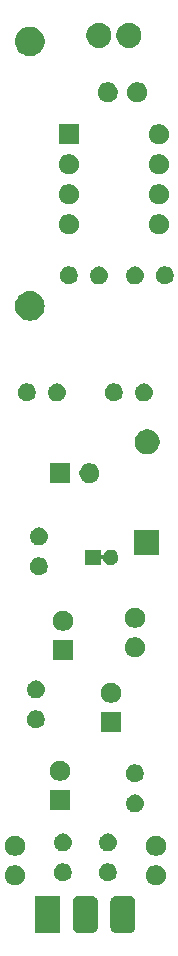
<source format=gbr>
G04 #@! TF.GenerationSoftware,KiCad,Pcbnew,(5.1.2-1)-1*
G04 #@! TF.CreationDate,2021-04-22T07:55:18-04:00*
G04 #@! TF.ProjectId,opAmp Mic,6f70416d-7020-44d6-9963-2e6b69636164,rev?*
G04 #@! TF.SameCoordinates,Original*
G04 #@! TF.FileFunction,Soldermask,Bot*
G04 #@! TF.FilePolarity,Negative*
%FSLAX46Y46*%
G04 Gerber Fmt 4.6, Leading zero omitted, Abs format (unit mm)*
G04 Created by KiCad (PCBNEW (5.1.2-1)-1) date 2021-04-22 07:55:18*
%MOMM*%
%LPD*%
G04 APERTURE LIST*
%ADD10C,0.100000*%
G04 APERTURE END LIST*
D10*
G36*
X122851902Y-136888484D02*
G01*
X122938599Y-136914783D01*
X123018497Y-136957490D01*
X123088528Y-137014962D01*
X123146000Y-137084993D01*
X123188707Y-137164891D01*
X123215006Y-137251588D01*
X123224490Y-137347885D01*
X123224490Y-139512115D01*
X123215006Y-139608412D01*
X123188707Y-139695109D01*
X123146000Y-139775007D01*
X123088528Y-139845038D01*
X123018497Y-139902510D01*
X122938599Y-139945217D01*
X122851902Y-139971516D01*
X122755605Y-139981000D01*
X121592395Y-139981000D01*
X121496098Y-139971516D01*
X121409401Y-139945217D01*
X121329503Y-139902510D01*
X121259472Y-139845038D01*
X121202000Y-139775007D01*
X121159293Y-139695109D01*
X121132994Y-139608412D01*
X121123510Y-139512115D01*
X121123510Y-137347885D01*
X121132994Y-137251588D01*
X121159293Y-137164891D01*
X121202000Y-137084993D01*
X121259472Y-137014962D01*
X121329503Y-136957490D01*
X121409401Y-136914783D01*
X121496098Y-136888484D01*
X121592395Y-136879000D01*
X122755605Y-136879000D01*
X122851902Y-136888484D01*
X122851902Y-136888484D01*
G37*
G36*
X119676902Y-136888484D02*
G01*
X119763599Y-136914783D01*
X119843497Y-136957490D01*
X119913528Y-137014962D01*
X119971000Y-137084993D01*
X120013707Y-137164891D01*
X120040006Y-137251588D01*
X120049490Y-137347885D01*
X120049490Y-139512115D01*
X120040006Y-139608412D01*
X120013707Y-139695109D01*
X119971000Y-139775007D01*
X119913528Y-139845038D01*
X119843497Y-139902510D01*
X119763599Y-139945217D01*
X119676902Y-139971516D01*
X119580605Y-139981000D01*
X118417395Y-139981000D01*
X118321098Y-139971516D01*
X118234401Y-139945217D01*
X118154503Y-139902510D01*
X118084472Y-139845038D01*
X118027000Y-139775007D01*
X117984293Y-139695109D01*
X117957994Y-139608412D01*
X117948510Y-139512115D01*
X117948510Y-137347885D01*
X117957994Y-137251588D01*
X117984293Y-137164891D01*
X118027000Y-137084993D01*
X118084472Y-137014962D01*
X118154503Y-136957490D01*
X118234401Y-136914783D01*
X118321098Y-136888484D01*
X118417395Y-136879000D01*
X119580605Y-136879000D01*
X119676902Y-136888484D01*
X119676902Y-136888484D01*
G37*
G36*
X116874490Y-139981000D02*
G01*
X114773510Y-139981000D01*
X114773510Y-136879000D01*
X116874490Y-136879000D01*
X116874490Y-139981000D01*
X116874490Y-139981000D01*
G37*
G36*
X125216228Y-134309703D02*
G01*
X125371100Y-134373853D01*
X125510481Y-134466985D01*
X125629015Y-134585519D01*
X125722147Y-134724900D01*
X125786297Y-134879772D01*
X125819000Y-135044184D01*
X125819000Y-135211816D01*
X125786297Y-135376228D01*
X125722147Y-135531100D01*
X125629015Y-135670481D01*
X125510481Y-135789015D01*
X125371100Y-135882147D01*
X125216228Y-135946297D01*
X125051816Y-135979000D01*
X124884184Y-135979000D01*
X124719772Y-135946297D01*
X124564900Y-135882147D01*
X124425519Y-135789015D01*
X124306985Y-135670481D01*
X124213853Y-135531100D01*
X124149703Y-135376228D01*
X124117000Y-135211816D01*
X124117000Y-135044184D01*
X124149703Y-134879772D01*
X124213853Y-134724900D01*
X124306985Y-134585519D01*
X124425519Y-134466985D01*
X124564900Y-134373853D01*
X124719772Y-134309703D01*
X124884184Y-134277000D01*
X125051816Y-134277000D01*
X125216228Y-134309703D01*
X125216228Y-134309703D01*
G37*
G36*
X113278228Y-134309703D02*
G01*
X113433100Y-134373853D01*
X113572481Y-134466985D01*
X113691015Y-134585519D01*
X113784147Y-134724900D01*
X113848297Y-134879772D01*
X113881000Y-135044184D01*
X113881000Y-135211816D01*
X113848297Y-135376228D01*
X113784147Y-135531100D01*
X113691015Y-135670481D01*
X113572481Y-135789015D01*
X113433100Y-135882147D01*
X113278228Y-135946297D01*
X113113816Y-135979000D01*
X112946184Y-135979000D01*
X112781772Y-135946297D01*
X112626900Y-135882147D01*
X112487519Y-135789015D01*
X112368985Y-135670481D01*
X112275853Y-135531100D01*
X112211703Y-135376228D01*
X112179000Y-135211816D01*
X112179000Y-135044184D01*
X112211703Y-134879772D01*
X112275853Y-134724900D01*
X112368985Y-134585519D01*
X112487519Y-134466985D01*
X112626900Y-134373853D01*
X112781772Y-134309703D01*
X112946184Y-134277000D01*
X113113816Y-134277000D01*
X113278228Y-134309703D01*
X113278228Y-134309703D01*
G37*
G36*
X121123059Y-134151860D02*
G01*
X121259732Y-134208472D01*
X121382735Y-134290660D01*
X121487340Y-134395265D01*
X121569528Y-134518268D01*
X121569529Y-134518270D01*
X121626140Y-134654941D01*
X121655000Y-134800032D01*
X121655000Y-134947968D01*
X121626140Y-135093059D01*
X121576950Y-135211815D01*
X121569528Y-135229732D01*
X121487340Y-135352735D01*
X121382735Y-135457340D01*
X121259732Y-135539528D01*
X121259731Y-135539529D01*
X121259730Y-135539529D01*
X121123059Y-135596140D01*
X120977968Y-135625000D01*
X120830032Y-135625000D01*
X120684941Y-135596140D01*
X120548270Y-135539529D01*
X120548269Y-135539529D01*
X120548268Y-135539528D01*
X120425265Y-135457340D01*
X120320660Y-135352735D01*
X120238472Y-135229732D01*
X120231051Y-135211815D01*
X120181860Y-135093059D01*
X120153000Y-134947968D01*
X120153000Y-134800032D01*
X120181860Y-134654941D01*
X120238471Y-134518270D01*
X120238472Y-134518268D01*
X120320660Y-134395265D01*
X120425265Y-134290660D01*
X120548268Y-134208472D01*
X120684941Y-134151860D01*
X120830032Y-134123000D01*
X120977968Y-134123000D01*
X121123059Y-134151860D01*
X121123059Y-134151860D01*
G37*
G36*
X117313059Y-134151860D02*
G01*
X117449732Y-134208472D01*
X117572735Y-134290660D01*
X117677340Y-134395265D01*
X117759528Y-134518268D01*
X117759529Y-134518270D01*
X117816140Y-134654941D01*
X117845000Y-134800032D01*
X117845000Y-134947968D01*
X117816140Y-135093059D01*
X117766950Y-135211815D01*
X117759528Y-135229732D01*
X117677340Y-135352735D01*
X117572735Y-135457340D01*
X117449732Y-135539528D01*
X117449731Y-135539529D01*
X117449730Y-135539529D01*
X117313059Y-135596140D01*
X117167968Y-135625000D01*
X117020032Y-135625000D01*
X116874941Y-135596140D01*
X116738270Y-135539529D01*
X116738269Y-135539529D01*
X116738268Y-135539528D01*
X116615265Y-135457340D01*
X116510660Y-135352735D01*
X116428472Y-135229732D01*
X116421051Y-135211815D01*
X116371860Y-135093059D01*
X116343000Y-134947968D01*
X116343000Y-134800032D01*
X116371860Y-134654941D01*
X116428471Y-134518270D01*
X116428472Y-134518268D01*
X116510660Y-134395265D01*
X116615265Y-134290660D01*
X116738268Y-134208472D01*
X116874941Y-134151860D01*
X117020032Y-134123000D01*
X117167968Y-134123000D01*
X117313059Y-134151860D01*
X117313059Y-134151860D01*
G37*
G36*
X113278228Y-131809703D02*
G01*
X113433100Y-131873853D01*
X113572481Y-131966985D01*
X113691015Y-132085519D01*
X113784147Y-132224900D01*
X113848297Y-132379772D01*
X113881000Y-132544184D01*
X113881000Y-132711816D01*
X113848297Y-132876228D01*
X113784147Y-133031100D01*
X113691015Y-133170481D01*
X113572481Y-133289015D01*
X113433100Y-133382147D01*
X113278228Y-133446297D01*
X113113816Y-133479000D01*
X112946184Y-133479000D01*
X112781772Y-133446297D01*
X112626900Y-133382147D01*
X112487519Y-133289015D01*
X112368985Y-133170481D01*
X112275853Y-133031100D01*
X112211703Y-132876228D01*
X112179000Y-132711816D01*
X112179000Y-132544184D01*
X112211703Y-132379772D01*
X112275853Y-132224900D01*
X112368985Y-132085519D01*
X112487519Y-131966985D01*
X112626900Y-131873853D01*
X112781772Y-131809703D01*
X112946184Y-131777000D01*
X113113816Y-131777000D01*
X113278228Y-131809703D01*
X113278228Y-131809703D01*
G37*
G36*
X125216228Y-131809703D02*
G01*
X125371100Y-131873853D01*
X125510481Y-131966985D01*
X125629015Y-132085519D01*
X125722147Y-132224900D01*
X125786297Y-132379772D01*
X125819000Y-132544184D01*
X125819000Y-132711816D01*
X125786297Y-132876228D01*
X125722147Y-133031100D01*
X125629015Y-133170481D01*
X125510481Y-133289015D01*
X125371100Y-133382147D01*
X125216228Y-133446297D01*
X125051816Y-133479000D01*
X124884184Y-133479000D01*
X124719772Y-133446297D01*
X124564900Y-133382147D01*
X124425519Y-133289015D01*
X124306985Y-133170481D01*
X124213853Y-133031100D01*
X124149703Y-132876228D01*
X124117000Y-132711816D01*
X124117000Y-132544184D01*
X124149703Y-132379772D01*
X124213853Y-132224900D01*
X124306985Y-132085519D01*
X124425519Y-131966985D01*
X124564900Y-131873853D01*
X124719772Y-131809703D01*
X124884184Y-131777000D01*
X125051816Y-131777000D01*
X125216228Y-131809703D01*
X125216228Y-131809703D01*
G37*
G36*
X117167665Y-131586622D02*
G01*
X117241222Y-131593867D01*
X117382786Y-131636810D01*
X117513252Y-131706546D01*
X117543040Y-131730992D01*
X117627607Y-131800393D01*
X117697008Y-131884960D01*
X117721454Y-131914748D01*
X117791190Y-132045214D01*
X117834133Y-132186778D01*
X117848633Y-132334000D01*
X117834133Y-132481222D01*
X117791190Y-132622786D01*
X117721454Y-132753252D01*
X117697008Y-132783040D01*
X117627607Y-132867607D01*
X117543040Y-132937008D01*
X117513252Y-132961454D01*
X117513250Y-132961455D01*
X117382955Y-133031100D01*
X117382786Y-133031190D01*
X117241222Y-133074133D01*
X117167665Y-133081378D01*
X117130888Y-133085000D01*
X117057112Y-133085000D01*
X117020335Y-133081378D01*
X116946778Y-133074133D01*
X116805214Y-133031190D01*
X116805046Y-133031100D01*
X116674750Y-132961455D01*
X116674748Y-132961454D01*
X116644960Y-132937008D01*
X116560393Y-132867607D01*
X116490992Y-132783040D01*
X116466546Y-132753252D01*
X116396810Y-132622786D01*
X116353867Y-132481222D01*
X116339367Y-132334000D01*
X116353867Y-132186778D01*
X116396810Y-132045214D01*
X116466546Y-131914748D01*
X116490992Y-131884960D01*
X116560393Y-131800393D01*
X116644960Y-131730992D01*
X116674748Y-131706546D01*
X116805214Y-131636810D01*
X116946778Y-131593867D01*
X117020335Y-131586622D01*
X117057112Y-131583000D01*
X117130888Y-131583000D01*
X117167665Y-131586622D01*
X117167665Y-131586622D01*
G37*
G36*
X120977665Y-131586622D02*
G01*
X121051222Y-131593867D01*
X121192786Y-131636810D01*
X121323252Y-131706546D01*
X121353040Y-131730992D01*
X121437607Y-131800393D01*
X121507008Y-131884960D01*
X121531454Y-131914748D01*
X121601190Y-132045214D01*
X121644133Y-132186778D01*
X121658633Y-132334000D01*
X121644133Y-132481222D01*
X121601190Y-132622786D01*
X121531454Y-132753252D01*
X121507008Y-132783040D01*
X121437607Y-132867607D01*
X121353040Y-132937008D01*
X121323252Y-132961454D01*
X121323250Y-132961455D01*
X121192955Y-133031100D01*
X121192786Y-133031190D01*
X121051222Y-133074133D01*
X120977665Y-133081378D01*
X120940888Y-133085000D01*
X120867112Y-133085000D01*
X120830335Y-133081378D01*
X120756778Y-133074133D01*
X120615214Y-133031190D01*
X120615046Y-133031100D01*
X120484750Y-132961455D01*
X120484748Y-132961454D01*
X120454960Y-132937008D01*
X120370393Y-132867607D01*
X120300992Y-132783040D01*
X120276546Y-132753252D01*
X120206810Y-132622786D01*
X120163867Y-132481222D01*
X120149367Y-132334000D01*
X120163867Y-132186778D01*
X120206810Y-132045214D01*
X120276546Y-131914748D01*
X120300992Y-131884960D01*
X120370393Y-131800393D01*
X120454960Y-131730992D01*
X120484748Y-131706546D01*
X120615214Y-131636810D01*
X120756778Y-131593867D01*
X120830335Y-131586622D01*
X120867112Y-131583000D01*
X120940888Y-131583000D01*
X120977665Y-131586622D01*
X120977665Y-131586622D01*
G37*
G36*
X123263665Y-128284622D02*
G01*
X123337222Y-128291867D01*
X123478786Y-128334810D01*
X123609252Y-128404546D01*
X123639040Y-128428992D01*
X123723607Y-128498393D01*
X123793008Y-128582960D01*
X123817454Y-128612748D01*
X123887190Y-128743214D01*
X123930133Y-128884778D01*
X123944633Y-129032000D01*
X123930133Y-129179222D01*
X123887190Y-129320786D01*
X123817454Y-129451252D01*
X123793008Y-129481040D01*
X123723607Y-129565607D01*
X123646360Y-129629000D01*
X123609252Y-129659454D01*
X123478786Y-129729190D01*
X123337222Y-129772133D01*
X123263665Y-129779378D01*
X123226888Y-129783000D01*
X123153112Y-129783000D01*
X123116335Y-129779378D01*
X123042778Y-129772133D01*
X122901214Y-129729190D01*
X122770748Y-129659454D01*
X122733640Y-129629000D01*
X122656393Y-129565607D01*
X122586992Y-129481040D01*
X122562546Y-129451252D01*
X122492810Y-129320786D01*
X122449867Y-129179222D01*
X122435367Y-129032000D01*
X122449867Y-128884778D01*
X122492810Y-128743214D01*
X122562546Y-128612748D01*
X122586992Y-128582960D01*
X122656393Y-128498393D01*
X122740960Y-128428992D01*
X122770748Y-128404546D01*
X122901214Y-128334810D01*
X123042778Y-128291867D01*
X123116335Y-128284622D01*
X123153112Y-128281000D01*
X123226888Y-128281000D01*
X123263665Y-128284622D01*
X123263665Y-128284622D01*
G37*
G36*
X117691000Y-129629000D02*
G01*
X115989000Y-129629000D01*
X115989000Y-127927000D01*
X117691000Y-127927000D01*
X117691000Y-129629000D01*
X117691000Y-129629000D01*
G37*
G36*
X123409059Y-125769860D02*
G01*
X123545732Y-125826472D01*
X123668735Y-125908660D01*
X123773340Y-126013265D01*
X123855528Y-126136268D01*
X123912140Y-126272941D01*
X123941000Y-126418033D01*
X123941000Y-126565967D01*
X123912140Y-126711059D01*
X123855528Y-126847732D01*
X123773340Y-126970735D01*
X123668735Y-127075340D01*
X123545732Y-127157528D01*
X123545731Y-127157529D01*
X123545730Y-127157529D01*
X123409059Y-127214140D01*
X123263968Y-127243000D01*
X123116032Y-127243000D01*
X122970941Y-127214140D01*
X122834270Y-127157529D01*
X122834269Y-127157529D01*
X122834268Y-127157528D01*
X122711265Y-127075340D01*
X122606660Y-126970735D01*
X122524472Y-126847732D01*
X122467860Y-126711059D01*
X122439000Y-126565967D01*
X122439000Y-126418033D01*
X122467860Y-126272941D01*
X122524472Y-126136268D01*
X122606660Y-126013265D01*
X122711265Y-125908660D01*
X122834268Y-125826472D01*
X122970941Y-125769860D01*
X123116032Y-125741000D01*
X123263968Y-125741000D01*
X123409059Y-125769860D01*
X123409059Y-125769860D01*
G37*
G36*
X117088228Y-125459703D02*
G01*
X117243100Y-125523853D01*
X117382481Y-125616985D01*
X117501015Y-125735519D01*
X117594147Y-125874900D01*
X117658297Y-126029772D01*
X117691000Y-126194184D01*
X117691000Y-126361816D01*
X117658297Y-126526228D01*
X117594147Y-126681100D01*
X117501015Y-126820481D01*
X117382481Y-126939015D01*
X117243100Y-127032147D01*
X117088228Y-127096297D01*
X116923816Y-127129000D01*
X116756184Y-127129000D01*
X116591772Y-127096297D01*
X116436900Y-127032147D01*
X116297519Y-126939015D01*
X116178985Y-126820481D01*
X116085853Y-126681100D01*
X116021703Y-126526228D01*
X115989000Y-126361816D01*
X115989000Y-126194184D01*
X116021703Y-126029772D01*
X116085853Y-125874900D01*
X116178985Y-125735519D01*
X116297519Y-125616985D01*
X116436900Y-125523853D01*
X116591772Y-125459703D01*
X116756184Y-125427000D01*
X116923816Y-125427000D01*
X117088228Y-125459703D01*
X117088228Y-125459703D01*
G37*
G36*
X122009000Y-123025000D02*
G01*
X120307000Y-123025000D01*
X120307000Y-121323000D01*
X122009000Y-121323000D01*
X122009000Y-123025000D01*
X122009000Y-123025000D01*
G37*
G36*
X115027059Y-121197860D02*
G01*
X115163732Y-121254472D01*
X115286735Y-121336660D01*
X115391340Y-121441265D01*
X115473528Y-121564268D01*
X115530140Y-121700941D01*
X115559000Y-121846033D01*
X115559000Y-121993967D01*
X115530140Y-122139059D01*
X115473528Y-122275732D01*
X115391340Y-122398735D01*
X115286735Y-122503340D01*
X115163732Y-122585528D01*
X115163731Y-122585529D01*
X115163730Y-122585529D01*
X115027059Y-122642140D01*
X114881968Y-122671000D01*
X114734032Y-122671000D01*
X114588941Y-122642140D01*
X114452270Y-122585529D01*
X114452269Y-122585529D01*
X114452268Y-122585528D01*
X114329265Y-122503340D01*
X114224660Y-122398735D01*
X114142472Y-122275732D01*
X114085860Y-122139059D01*
X114057000Y-121993967D01*
X114057000Y-121846033D01*
X114085860Y-121700941D01*
X114142472Y-121564268D01*
X114224660Y-121441265D01*
X114329265Y-121336660D01*
X114452268Y-121254472D01*
X114588941Y-121197860D01*
X114734032Y-121169000D01*
X114881968Y-121169000D01*
X115027059Y-121197860D01*
X115027059Y-121197860D01*
G37*
G36*
X121406228Y-118855703D02*
G01*
X121561100Y-118919853D01*
X121700481Y-119012985D01*
X121819015Y-119131519D01*
X121912147Y-119270900D01*
X121976297Y-119425772D01*
X122009000Y-119590184D01*
X122009000Y-119757816D01*
X121976297Y-119922228D01*
X121912147Y-120077100D01*
X121819015Y-120216481D01*
X121700481Y-120335015D01*
X121561100Y-120428147D01*
X121406228Y-120492297D01*
X121241816Y-120525000D01*
X121074184Y-120525000D01*
X120909772Y-120492297D01*
X120754900Y-120428147D01*
X120615519Y-120335015D01*
X120496985Y-120216481D01*
X120403853Y-120077100D01*
X120339703Y-119922228D01*
X120307000Y-119757816D01*
X120307000Y-119590184D01*
X120339703Y-119425772D01*
X120403853Y-119270900D01*
X120496985Y-119131519D01*
X120615519Y-119012985D01*
X120754900Y-118919853D01*
X120909772Y-118855703D01*
X121074184Y-118823000D01*
X121241816Y-118823000D01*
X121406228Y-118855703D01*
X121406228Y-118855703D01*
G37*
G36*
X114881665Y-118632622D02*
G01*
X114955222Y-118639867D01*
X115096786Y-118682810D01*
X115227252Y-118752546D01*
X115257040Y-118776992D01*
X115341607Y-118846393D01*
X115411008Y-118930960D01*
X115435454Y-118960748D01*
X115505190Y-119091214D01*
X115548133Y-119232778D01*
X115562633Y-119380000D01*
X115548133Y-119527222D01*
X115505190Y-119668786D01*
X115435454Y-119799252D01*
X115411008Y-119829040D01*
X115341607Y-119913607D01*
X115257040Y-119983008D01*
X115227252Y-120007454D01*
X115227250Y-120007455D01*
X115096955Y-120077100D01*
X115096786Y-120077190D01*
X114955222Y-120120133D01*
X114881665Y-120127378D01*
X114844888Y-120131000D01*
X114771112Y-120131000D01*
X114734335Y-120127378D01*
X114660778Y-120120133D01*
X114519214Y-120077190D01*
X114519046Y-120077100D01*
X114388750Y-120007455D01*
X114388748Y-120007454D01*
X114358960Y-119983008D01*
X114274393Y-119913607D01*
X114204992Y-119829040D01*
X114180546Y-119799252D01*
X114110810Y-119668786D01*
X114067867Y-119527222D01*
X114053367Y-119380000D01*
X114067867Y-119232778D01*
X114110810Y-119091214D01*
X114180546Y-118960748D01*
X114204992Y-118930960D01*
X114274393Y-118846393D01*
X114358960Y-118776992D01*
X114388748Y-118752546D01*
X114519214Y-118682810D01*
X114660778Y-118639867D01*
X114734335Y-118632622D01*
X114771112Y-118629000D01*
X114844888Y-118629000D01*
X114881665Y-118632622D01*
X114881665Y-118632622D01*
G37*
G36*
X117945000Y-116929000D02*
G01*
X116243000Y-116929000D01*
X116243000Y-115227000D01*
X117945000Y-115227000D01*
X117945000Y-116929000D01*
X117945000Y-116929000D01*
G37*
G36*
X123438228Y-115005703D02*
G01*
X123593100Y-115069853D01*
X123732481Y-115162985D01*
X123851015Y-115281519D01*
X123944147Y-115420900D01*
X124008297Y-115575772D01*
X124041000Y-115740184D01*
X124041000Y-115907816D01*
X124008297Y-116072228D01*
X123944147Y-116227100D01*
X123851015Y-116366481D01*
X123732481Y-116485015D01*
X123593100Y-116578147D01*
X123438228Y-116642297D01*
X123273816Y-116675000D01*
X123106184Y-116675000D01*
X122941772Y-116642297D01*
X122786900Y-116578147D01*
X122647519Y-116485015D01*
X122528985Y-116366481D01*
X122435853Y-116227100D01*
X122371703Y-116072228D01*
X122339000Y-115907816D01*
X122339000Y-115740184D01*
X122371703Y-115575772D01*
X122435853Y-115420900D01*
X122528985Y-115281519D01*
X122647519Y-115162985D01*
X122786900Y-115069853D01*
X122941772Y-115005703D01*
X123106184Y-114973000D01*
X123273816Y-114973000D01*
X123438228Y-115005703D01*
X123438228Y-115005703D01*
G37*
G36*
X117342228Y-112759703D02*
G01*
X117497100Y-112823853D01*
X117636481Y-112916985D01*
X117755015Y-113035519D01*
X117848147Y-113174900D01*
X117912297Y-113329772D01*
X117945000Y-113494184D01*
X117945000Y-113661816D01*
X117912297Y-113826228D01*
X117848147Y-113981100D01*
X117755015Y-114120481D01*
X117636481Y-114239015D01*
X117497100Y-114332147D01*
X117342228Y-114396297D01*
X117177816Y-114429000D01*
X117010184Y-114429000D01*
X116845772Y-114396297D01*
X116690900Y-114332147D01*
X116551519Y-114239015D01*
X116432985Y-114120481D01*
X116339853Y-113981100D01*
X116275703Y-113826228D01*
X116243000Y-113661816D01*
X116243000Y-113494184D01*
X116275703Y-113329772D01*
X116339853Y-113174900D01*
X116432985Y-113035519D01*
X116551519Y-112916985D01*
X116690900Y-112823853D01*
X116845772Y-112759703D01*
X117010184Y-112727000D01*
X117177816Y-112727000D01*
X117342228Y-112759703D01*
X117342228Y-112759703D01*
G37*
G36*
X123438228Y-112505703D02*
G01*
X123593100Y-112569853D01*
X123732481Y-112662985D01*
X123851015Y-112781519D01*
X123944147Y-112920900D01*
X124008297Y-113075772D01*
X124041000Y-113240184D01*
X124041000Y-113407816D01*
X124008297Y-113572228D01*
X123944147Y-113727100D01*
X123851015Y-113866481D01*
X123732481Y-113985015D01*
X123593100Y-114078147D01*
X123438228Y-114142297D01*
X123273816Y-114175000D01*
X123106184Y-114175000D01*
X122941772Y-114142297D01*
X122786900Y-114078147D01*
X122647519Y-113985015D01*
X122528985Y-113866481D01*
X122435853Y-113727100D01*
X122371703Y-113572228D01*
X122339000Y-113407816D01*
X122339000Y-113240184D01*
X122371703Y-113075772D01*
X122435853Y-112920900D01*
X122528985Y-112781519D01*
X122647519Y-112662985D01*
X122786900Y-112569853D01*
X122941772Y-112505703D01*
X123106184Y-112473000D01*
X123273816Y-112473000D01*
X123438228Y-112505703D01*
X123438228Y-112505703D01*
G37*
G36*
X115281059Y-108243860D02*
G01*
X115417732Y-108300472D01*
X115540735Y-108382660D01*
X115645340Y-108487265D01*
X115727528Y-108610268D01*
X115784140Y-108746941D01*
X115813000Y-108892033D01*
X115813000Y-109039967D01*
X115784140Y-109185059D01*
X115727528Y-109321732D01*
X115645340Y-109444735D01*
X115540735Y-109549340D01*
X115417732Y-109631528D01*
X115417731Y-109631529D01*
X115417730Y-109631529D01*
X115281059Y-109688140D01*
X115135968Y-109717000D01*
X114988032Y-109717000D01*
X114842941Y-109688140D01*
X114706270Y-109631529D01*
X114706269Y-109631529D01*
X114706268Y-109631528D01*
X114583265Y-109549340D01*
X114478660Y-109444735D01*
X114396472Y-109321732D01*
X114339860Y-109185059D01*
X114311000Y-109039967D01*
X114311000Y-108892033D01*
X114339860Y-108746941D01*
X114396472Y-108610268D01*
X114478660Y-108487265D01*
X114583265Y-108382660D01*
X114706268Y-108300472D01*
X114842941Y-108243860D01*
X114988032Y-108215000D01*
X115135968Y-108215000D01*
X115281059Y-108243860D01*
X115281059Y-108243860D01*
G37*
G36*
X120285000Y-107924109D02*
G01*
X120287402Y-107948495D01*
X120294515Y-107971944D01*
X120306066Y-107993555D01*
X120321611Y-108012497D01*
X120340553Y-108028042D01*
X120362164Y-108039593D01*
X120385613Y-108046706D01*
X120409999Y-108049108D01*
X120434385Y-108046706D01*
X120457834Y-108039593D01*
X120479445Y-108028042D01*
X120498387Y-108012497D01*
X120513932Y-107993555D01*
X120525483Y-107971944D01*
X120557090Y-107895638D01*
X120628335Y-107789012D01*
X120719012Y-107698335D01*
X120825636Y-107627091D01*
X120944110Y-107578017D01*
X121069881Y-107553000D01*
X121198119Y-107553000D01*
X121323890Y-107578017D01*
X121442364Y-107627091D01*
X121548988Y-107698335D01*
X121639665Y-107789012D01*
X121710910Y-107895638D01*
X121759983Y-108014110D01*
X121785000Y-108139881D01*
X121785000Y-108268119D01*
X121759983Y-108393890D01*
X121721306Y-108487265D01*
X121710909Y-108512364D01*
X121639665Y-108618988D01*
X121548988Y-108709665D01*
X121442364Y-108780909D01*
X121442363Y-108780910D01*
X121442362Y-108780910D01*
X121323890Y-108829983D01*
X121198119Y-108855000D01*
X121069881Y-108855000D01*
X120944110Y-108829983D01*
X120825638Y-108780910D01*
X120825637Y-108780910D01*
X120825636Y-108780909D01*
X120719012Y-108709665D01*
X120628335Y-108618988D01*
X120557091Y-108512364D01*
X120546695Y-108487265D01*
X120525483Y-108436056D01*
X120513932Y-108414445D01*
X120498387Y-108395503D01*
X120479445Y-108379958D01*
X120457834Y-108368407D01*
X120434385Y-108361294D01*
X120409999Y-108358892D01*
X120385613Y-108361294D01*
X120362164Y-108368407D01*
X120340553Y-108379958D01*
X120321611Y-108395503D01*
X120306066Y-108414445D01*
X120294515Y-108436056D01*
X120287402Y-108459505D01*
X120285000Y-108483891D01*
X120285000Y-108855000D01*
X118983000Y-108855000D01*
X118983000Y-107553000D01*
X120285000Y-107553000D01*
X120285000Y-107924109D01*
X120285000Y-107924109D01*
G37*
G36*
X125257000Y-107985000D02*
G01*
X123155000Y-107985000D01*
X123155000Y-105883000D01*
X125257000Y-105883000D01*
X125257000Y-107985000D01*
X125257000Y-107985000D01*
G37*
G36*
X115135665Y-105678622D02*
G01*
X115209222Y-105685867D01*
X115350786Y-105728810D01*
X115481252Y-105798546D01*
X115511040Y-105822992D01*
X115595607Y-105892393D01*
X115665008Y-105976960D01*
X115689454Y-106006748D01*
X115759190Y-106137214D01*
X115802133Y-106278778D01*
X115816633Y-106426000D01*
X115802133Y-106573222D01*
X115759190Y-106714786D01*
X115689454Y-106845252D01*
X115665008Y-106875040D01*
X115595607Y-106959607D01*
X115511040Y-107029008D01*
X115481252Y-107053454D01*
X115350786Y-107123190D01*
X115209222Y-107166133D01*
X115135665Y-107173378D01*
X115098888Y-107177000D01*
X115025112Y-107177000D01*
X114988335Y-107173378D01*
X114914778Y-107166133D01*
X114773214Y-107123190D01*
X114642748Y-107053454D01*
X114612960Y-107029008D01*
X114528393Y-106959607D01*
X114458992Y-106875040D01*
X114434546Y-106845252D01*
X114364810Y-106714786D01*
X114321867Y-106573222D01*
X114307367Y-106426000D01*
X114321867Y-106278778D01*
X114364810Y-106137214D01*
X114434546Y-106006748D01*
X114458992Y-105976960D01*
X114528393Y-105892393D01*
X114612960Y-105822992D01*
X114642748Y-105798546D01*
X114773214Y-105728810D01*
X114914778Y-105685867D01*
X114988335Y-105678622D01*
X115025112Y-105675000D01*
X115098888Y-105675000D01*
X115135665Y-105678622D01*
X115135665Y-105678622D01*
G37*
G36*
X117691000Y-101943000D02*
G01*
X115989000Y-101943000D01*
X115989000Y-100241000D01*
X117691000Y-100241000D01*
X117691000Y-101943000D01*
X117691000Y-101943000D01*
G37*
G36*
X119588228Y-100273703D02*
G01*
X119743100Y-100337853D01*
X119882481Y-100430985D01*
X120001015Y-100549519D01*
X120094147Y-100688900D01*
X120158297Y-100843772D01*
X120191000Y-101008184D01*
X120191000Y-101175816D01*
X120158297Y-101340228D01*
X120094147Y-101495100D01*
X120001015Y-101634481D01*
X119882481Y-101753015D01*
X119743100Y-101846147D01*
X119588228Y-101910297D01*
X119423816Y-101943000D01*
X119256184Y-101943000D01*
X119091772Y-101910297D01*
X118936900Y-101846147D01*
X118797519Y-101753015D01*
X118678985Y-101634481D01*
X118585853Y-101495100D01*
X118521703Y-101340228D01*
X118489000Y-101175816D01*
X118489000Y-101008184D01*
X118521703Y-100843772D01*
X118585853Y-100688900D01*
X118678985Y-100549519D01*
X118797519Y-100430985D01*
X118936900Y-100337853D01*
X119091772Y-100273703D01*
X119256184Y-100241000D01*
X119423816Y-100241000D01*
X119588228Y-100273703D01*
X119588228Y-100273703D01*
G37*
G36*
X124537964Y-97414389D02*
G01*
X124729233Y-97493615D01*
X124729235Y-97493616D01*
X124901373Y-97608635D01*
X125047765Y-97755027D01*
X125162785Y-97927167D01*
X125242011Y-98118436D01*
X125282400Y-98321484D01*
X125282400Y-98528516D01*
X125242011Y-98731564D01*
X125162785Y-98922833D01*
X125162784Y-98922835D01*
X125047765Y-99094973D01*
X124901373Y-99241365D01*
X124729235Y-99356384D01*
X124729234Y-99356385D01*
X124729233Y-99356385D01*
X124537964Y-99435611D01*
X124334916Y-99476000D01*
X124127884Y-99476000D01*
X123924836Y-99435611D01*
X123733567Y-99356385D01*
X123733566Y-99356385D01*
X123733565Y-99356384D01*
X123561427Y-99241365D01*
X123415035Y-99094973D01*
X123300016Y-98922835D01*
X123300015Y-98922833D01*
X123220789Y-98731564D01*
X123180400Y-98528516D01*
X123180400Y-98321484D01*
X123220789Y-98118436D01*
X123300015Y-97927167D01*
X123415035Y-97755027D01*
X123561427Y-97608635D01*
X123733565Y-97493616D01*
X123733567Y-97493615D01*
X123924836Y-97414389D01*
X124127884Y-97374000D01*
X124334916Y-97374000D01*
X124537964Y-97414389D01*
X124537964Y-97414389D01*
G37*
G36*
X124025665Y-93486622D02*
G01*
X124099222Y-93493867D01*
X124240786Y-93536810D01*
X124371252Y-93606546D01*
X124401040Y-93630992D01*
X124485607Y-93700393D01*
X124555008Y-93784960D01*
X124579454Y-93814748D01*
X124649190Y-93945214D01*
X124692133Y-94086778D01*
X124706633Y-94234000D01*
X124692133Y-94381222D01*
X124649190Y-94522786D01*
X124579454Y-94653252D01*
X124555008Y-94683040D01*
X124485607Y-94767607D01*
X124425004Y-94817341D01*
X124371252Y-94861454D01*
X124240786Y-94931190D01*
X124099222Y-94974133D01*
X124025665Y-94981378D01*
X123988888Y-94985000D01*
X123915112Y-94985000D01*
X123878335Y-94981378D01*
X123804778Y-94974133D01*
X123663214Y-94931190D01*
X123532748Y-94861454D01*
X123478996Y-94817341D01*
X123418393Y-94767607D01*
X123348992Y-94683040D01*
X123324546Y-94653252D01*
X123254810Y-94522786D01*
X123211867Y-94381222D01*
X123197367Y-94234000D01*
X123211867Y-94086778D01*
X123254810Y-93945214D01*
X123324546Y-93814748D01*
X123348992Y-93784960D01*
X123418393Y-93700393D01*
X123502960Y-93630992D01*
X123532748Y-93606546D01*
X123663214Y-93536810D01*
X123804778Y-93493867D01*
X123878335Y-93486622D01*
X123915112Y-93483000D01*
X123988888Y-93483000D01*
X124025665Y-93486622D01*
X124025665Y-93486622D01*
G37*
G36*
X121631059Y-93511860D02*
G01*
X121691294Y-93536810D01*
X121767732Y-93568472D01*
X121890735Y-93650660D01*
X121995340Y-93755265D01*
X122077528Y-93878268D01*
X122134140Y-94014941D01*
X122163000Y-94160033D01*
X122163000Y-94307967D01*
X122134140Y-94453059D01*
X122077528Y-94589732D01*
X121995340Y-94712735D01*
X121890735Y-94817340D01*
X121767732Y-94899528D01*
X121767731Y-94899529D01*
X121767730Y-94899529D01*
X121631059Y-94956140D01*
X121485968Y-94985000D01*
X121338032Y-94985000D01*
X121192941Y-94956140D01*
X121056270Y-94899529D01*
X121056269Y-94899529D01*
X121056268Y-94899528D01*
X120933265Y-94817340D01*
X120828660Y-94712735D01*
X120746472Y-94589732D01*
X120689860Y-94453059D01*
X120661000Y-94307967D01*
X120661000Y-94160033D01*
X120689860Y-94014941D01*
X120746472Y-93878268D01*
X120828660Y-93755265D01*
X120933265Y-93650660D01*
X121056268Y-93568472D01*
X121132707Y-93536810D01*
X121192941Y-93511860D01*
X121338032Y-93483000D01*
X121485968Y-93483000D01*
X121631059Y-93511860D01*
X121631059Y-93511860D01*
G37*
G36*
X116659665Y-93486622D02*
G01*
X116733222Y-93493867D01*
X116874786Y-93536810D01*
X117005252Y-93606546D01*
X117035040Y-93630992D01*
X117119607Y-93700393D01*
X117189008Y-93784960D01*
X117213454Y-93814748D01*
X117283190Y-93945214D01*
X117326133Y-94086778D01*
X117340633Y-94234000D01*
X117326133Y-94381222D01*
X117283190Y-94522786D01*
X117213454Y-94653252D01*
X117189008Y-94683040D01*
X117119607Y-94767607D01*
X117059004Y-94817341D01*
X117005252Y-94861454D01*
X116874786Y-94931190D01*
X116733222Y-94974133D01*
X116659665Y-94981378D01*
X116622888Y-94985000D01*
X116549112Y-94985000D01*
X116512335Y-94981378D01*
X116438778Y-94974133D01*
X116297214Y-94931190D01*
X116166748Y-94861454D01*
X116112996Y-94817341D01*
X116052393Y-94767607D01*
X115982992Y-94683040D01*
X115958546Y-94653252D01*
X115888810Y-94522786D01*
X115845867Y-94381222D01*
X115831367Y-94234000D01*
X115845867Y-94086778D01*
X115888810Y-93945214D01*
X115958546Y-93814748D01*
X115982992Y-93784960D01*
X116052393Y-93700393D01*
X116136960Y-93630992D01*
X116166748Y-93606546D01*
X116297214Y-93536810D01*
X116438778Y-93493867D01*
X116512335Y-93486622D01*
X116549112Y-93483000D01*
X116622888Y-93483000D01*
X116659665Y-93486622D01*
X116659665Y-93486622D01*
G37*
G36*
X114265059Y-93511860D02*
G01*
X114325294Y-93536810D01*
X114401732Y-93568472D01*
X114524735Y-93650660D01*
X114629340Y-93755265D01*
X114711528Y-93878268D01*
X114768140Y-94014941D01*
X114797000Y-94160033D01*
X114797000Y-94307967D01*
X114768140Y-94453059D01*
X114711528Y-94589732D01*
X114629340Y-94712735D01*
X114524735Y-94817340D01*
X114401732Y-94899528D01*
X114401731Y-94899529D01*
X114401730Y-94899529D01*
X114265059Y-94956140D01*
X114119968Y-94985000D01*
X113972032Y-94985000D01*
X113826941Y-94956140D01*
X113690270Y-94899529D01*
X113690269Y-94899529D01*
X113690268Y-94899528D01*
X113567265Y-94817340D01*
X113462660Y-94712735D01*
X113380472Y-94589732D01*
X113323860Y-94453059D01*
X113295000Y-94307967D01*
X113295000Y-94160033D01*
X113323860Y-94014941D01*
X113380472Y-93878268D01*
X113462660Y-93755265D01*
X113567265Y-93650660D01*
X113690268Y-93568472D01*
X113766707Y-93536810D01*
X113826941Y-93511860D01*
X113972032Y-93483000D01*
X114119968Y-93483000D01*
X114265059Y-93511860D01*
X114265059Y-93511860D01*
G37*
G36*
X114545239Y-85683101D02*
G01*
X114781053Y-85754634D01*
X114998381Y-85870799D01*
X115188871Y-86027129D01*
X115345201Y-86217619D01*
X115461366Y-86434947D01*
X115532899Y-86670761D01*
X115557053Y-86916000D01*
X115532899Y-87161239D01*
X115461366Y-87397053D01*
X115345201Y-87614381D01*
X115188871Y-87804871D01*
X114998381Y-87961201D01*
X114781053Y-88077366D01*
X114545239Y-88148899D01*
X114361457Y-88167000D01*
X114238543Y-88167000D01*
X114054761Y-88148899D01*
X113818947Y-88077366D01*
X113601619Y-87961201D01*
X113411129Y-87804871D01*
X113254799Y-87614381D01*
X113138634Y-87397053D01*
X113067101Y-87161239D01*
X113042947Y-86916000D01*
X113067101Y-86670761D01*
X113138634Y-86434947D01*
X113254799Y-86217619D01*
X113411129Y-86027129D01*
X113601619Y-85870799D01*
X113818947Y-85754634D01*
X114054761Y-85683101D01*
X114238543Y-85665000D01*
X114361457Y-85665000D01*
X114545239Y-85683101D01*
X114545239Y-85683101D01*
G37*
G36*
X125949059Y-83605860D02*
G01*
X126009294Y-83630810D01*
X126085732Y-83662472D01*
X126208735Y-83744660D01*
X126313340Y-83849265D01*
X126395528Y-83972268D01*
X126452140Y-84108941D01*
X126481000Y-84254033D01*
X126481000Y-84401967D01*
X126452140Y-84547059D01*
X126395528Y-84683732D01*
X126313340Y-84806735D01*
X126208735Y-84911340D01*
X126085732Y-84993528D01*
X126085731Y-84993529D01*
X126085730Y-84993529D01*
X125949059Y-85050140D01*
X125803968Y-85079000D01*
X125656032Y-85079000D01*
X125510941Y-85050140D01*
X125374270Y-84993529D01*
X125374269Y-84993529D01*
X125374268Y-84993528D01*
X125251265Y-84911340D01*
X125146660Y-84806735D01*
X125064472Y-84683732D01*
X125007860Y-84547059D01*
X124979000Y-84401967D01*
X124979000Y-84254033D01*
X125007860Y-84108941D01*
X125064472Y-83972268D01*
X125146660Y-83849265D01*
X125251265Y-83744660D01*
X125374268Y-83662472D01*
X125450707Y-83630810D01*
X125510941Y-83605860D01*
X125656032Y-83577000D01*
X125803968Y-83577000D01*
X125949059Y-83605860D01*
X125949059Y-83605860D01*
G37*
G36*
X123263665Y-83580622D02*
G01*
X123337222Y-83587867D01*
X123478786Y-83630810D01*
X123609252Y-83700546D01*
X123639040Y-83724992D01*
X123723607Y-83794393D01*
X123793008Y-83878960D01*
X123817454Y-83908748D01*
X123887190Y-84039214D01*
X123930133Y-84180778D01*
X123944633Y-84328000D01*
X123930133Y-84475222D01*
X123887190Y-84616786D01*
X123817454Y-84747252D01*
X123793008Y-84777040D01*
X123723607Y-84861607D01*
X123663004Y-84911341D01*
X123609252Y-84955454D01*
X123478786Y-85025190D01*
X123337222Y-85068133D01*
X123263665Y-85075378D01*
X123226888Y-85079000D01*
X123153112Y-85079000D01*
X123116335Y-85075378D01*
X123042778Y-85068133D01*
X122901214Y-85025190D01*
X122770748Y-84955454D01*
X122716996Y-84911341D01*
X122656393Y-84861607D01*
X122586992Y-84777040D01*
X122562546Y-84747252D01*
X122492810Y-84616786D01*
X122449867Y-84475222D01*
X122435367Y-84328000D01*
X122449867Y-84180778D01*
X122492810Y-84039214D01*
X122562546Y-83908748D01*
X122586992Y-83878960D01*
X122656393Y-83794393D01*
X122740960Y-83724992D01*
X122770748Y-83700546D01*
X122901214Y-83630810D01*
X123042778Y-83587867D01*
X123116335Y-83580622D01*
X123153112Y-83577000D01*
X123226888Y-83577000D01*
X123263665Y-83580622D01*
X123263665Y-83580622D01*
G37*
G36*
X117821059Y-83605860D02*
G01*
X117881294Y-83630810D01*
X117957732Y-83662472D01*
X118080735Y-83744660D01*
X118185340Y-83849265D01*
X118267528Y-83972268D01*
X118324140Y-84108941D01*
X118353000Y-84254033D01*
X118353000Y-84401967D01*
X118324140Y-84547059D01*
X118267528Y-84683732D01*
X118185340Y-84806735D01*
X118080735Y-84911340D01*
X117957732Y-84993528D01*
X117957731Y-84993529D01*
X117957730Y-84993529D01*
X117821059Y-85050140D01*
X117675968Y-85079000D01*
X117528032Y-85079000D01*
X117382941Y-85050140D01*
X117246270Y-84993529D01*
X117246269Y-84993529D01*
X117246268Y-84993528D01*
X117123265Y-84911340D01*
X117018660Y-84806735D01*
X116936472Y-84683732D01*
X116879860Y-84547059D01*
X116851000Y-84401967D01*
X116851000Y-84254033D01*
X116879860Y-84108941D01*
X116936472Y-83972268D01*
X117018660Y-83849265D01*
X117123265Y-83744660D01*
X117246268Y-83662472D01*
X117322707Y-83630810D01*
X117382941Y-83605860D01*
X117528032Y-83577000D01*
X117675968Y-83577000D01*
X117821059Y-83605860D01*
X117821059Y-83605860D01*
G37*
G36*
X120215665Y-83580622D02*
G01*
X120289222Y-83587867D01*
X120430786Y-83630810D01*
X120561252Y-83700546D01*
X120591040Y-83724992D01*
X120675607Y-83794393D01*
X120745008Y-83878960D01*
X120769454Y-83908748D01*
X120839190Y-84039214D01*
X120882133Y-84180778D01*
X120896633Y-84328000D01*
X120882133Y-84475222D01*
X120839190Y-84616786D01*
X120769454Y-84747252D01*
X120745008Y-84777040D01*
X120675607Y-84861607D01*
X120615004Y-84911341D01*
X120561252Y-84955454D01*
X120430786Y-85025190D01*
X120289222Y-85068133D01*
X120215665Y-85075378D01*
X120178888Y-85079000D01*
X120105112Y-85079000D01*
X120068335Y-85075378D01*
X119994778Y-85068133D01*
X119853214Y-85025190D01*
X119722748Y-84955454D01*
X119668996Y-84911341D01*
X119608393Y-84861607D01*
X119538992Y-84777040D01*
X119514546Y-84747252D01*
X119444810Y-84616786D01*
X119401867Y-84475222D01*
X119387367Y-84328000D01*
X119401867Y-84180778D01*
X119444810Y-84039214D01*
X119514546Y-83908748D01*
X119538992Y-83878960D01*
X119608393Y-83794393D01*
X119692960Y-83724992D01*
X119722748Y-83700546D01*
X119853214Y-83630810D01*
X119994778Y-83587867D01*
X120068335Y-83580622D01*
X120105112Y-83577000D01*
X120178888Y-83577000D01*
X120215665Y-83580622D01*
X120215665Y-83580622D01*
G37*
G36*
X125470228Y-79191703D02*
G01*
X125625100Y-79255853D01*
X125764481Y-79348985D01*
X125883015Y-79467519D01*
X125976147Y-79606900D01*
X126040297Y-79761772D01*
X126073000Y-79926184D01*
X126073000Y-80093816D01*
X126040297Y-80258228D01*
X125976147Y-80413100D01*
X125883015Y-80552481D01*
X125764481Y-80671015D01*
X125625100Y-80764147D01*
X125470228Y-80828297D01*
X125305816Y-80861000D01*
X125138184Y-80861000D01*
X124973772Y-80828297D01*
X124818900Y-80764147D01*
X124679519Y-80671015D01*
X124560985Y-80552481D01*
X124467853Y-80413100D01*
X124403703Y-80258228D01*
X124371000Y-80093816D01*
X124371000Y-79926184D01*
X124403703Y-79761772D01*
X124467853Y-79606900D01*
X124560985Y-79467519D01*
X124679519Y-79348985D01*
X124818900Y-79255853D01*
X124973772Y-79191703D01*
X125138184Y-79159000D01*
X125305816Y-79159000D01*
X125470228Y-79191703D01*
X125470228Y-79191703D01*
G37*
G36*
X117850228Y-79191703D02*
G01*
X118005100Y-79255853D01*
X118144481Y-79348985D01*
X118263015Y-79467519D01*
X118356147Y-79606900D01*
X118420297Y-79761772D01*
X118453000Y-79926184D01*
X118453000Y-80093816D01*
X118420297Y-80258228D01*
X118356147Y-80413100D01*
X118263015Y-80552481D01*
X118144481Y-80671015D01*
X118005100Y-80764147D01*
X117850228Y-80828297D01*
X117685816Y-80861000D01*
X117518184Y-80861000D01*
X117353772Y-80828297D01*
X117198900Y-80764147D01*
X117059519Y-80671015D01*
X116940985Y-80552481D01*
X116847853Y-80413100D01*
X116783703Y-80258228D01*
X116751000Y-80093816D01*
X116751000Y-79926184D01*
X116783703Y-79761772D01*
X116847853Y-79606900D01*
X116940985Y-79467519D01*
X117059519Y-79348985D01*
X117198900Y-79255853D01*
X117353772Y-79191703D01*
X117518184Y-79159000D01*
X117685816Y-79159000D01*
X117850228Y-79191703D01*
X117850228Y-79191703D01*
G37*
G36*
X125470228Y-76651703D02*
G01*
X125625100Y-76715853D01*
X125764481Y-76808985D01*
X125883015Y-76927519D01*
X125976147Y-77066900D01*
X126040297Y-77221772D01*
X126073000Y-77386184D01*
X126073000Y-77553816D01*
X126040297Y-77718228D01*
X125976147Y-77873100D01*
X125883015Y-78012481D01*
X125764481Y-78131015D01*
X125625100Y-78224147D01*
X125470228Y-78288297D01*
X125305816Y-78321000D01*
X125138184Y-78321000D01*
X124973772Y-78288297D01*
X124818900Y-78224147D01*
X124679519Y-78131015D01*
X124560985Y-78012481D01*
X124467853Y-77873100D01*
X124403703Y-77718228D01*
X124371000Y-77553816D01*
X124371000Y-77386184D01*
X124403703Y-77221772D01*
X124467853Y-77066900D01*
X124560985Y-76927519D01*
X124679519Y-76808985D01*
X124818900Y-76715853D01*
X124973772Y-76651703D01*
X125138184Y-76619000D01*
X125305816Y-76619000D01*
X125470228Y-76651703D01*
X125470228Y-76651703D01*
G37*
G36*
X117850228Y-76651703D02*
G01*
X118005100Y-76715853D01*
X118144481Y-76808985D01*
X118263015Y-76927519D01*
X118356147Y-77066900D01*
X118420297Y-77221772D01*
X118453000Y-77386184D01*
X118453000Y-77553816D01*
X118420297Y-77718228D01*
X118356147Y-77873100D01*
X118263015Y-78012481D01*
X118144481Y-78131015D01*
X118005100Y-78224147D01*
X117850228Y-78288297D01*
X117685816Y-78321000D01*
X117518184Y-78321000D01*
X117353772Y-78288297D01*
X117198900Y-78224147D01*
X117059519Y-78131015D01*
X116940985Y-78012481D01*
X116847853Y-77873100D01*
X116783703Y-77718228D01*
X116751000Y-77553816D01*
X116751000Y-77386184D01*
X116783703Y-77221772D01*
X116847853Y-77066900D01*
X116940985Y-76927519D01*
X117059519Y-76808985D01*
X117198900Y-76715853D01*
X117353772Y-76651703D01*
X117518184Y-76619000D01*
X117685816Y-76619000D01*
X117850228Y-76651703D01*
X117850228Y-76651703D01*
G37*
G36*
X125470228Y-74111703D02*
G01*
X125625100Y-74175853D01*
X125764481Y-74268985D01*
X125883015Y-74387519D01*
X125976147Y-74526900D01*
X126040297Y-74681772D01*
X126073000Y-74846184D01*
X126073000Y-75013816D01*
X126040297Y-75178228D01*
X125976147Y-75333100D01*
X125883015Y-75472481D01*
X125764481Y-75591015D01*
X125625100Y-75684147D01*
X125470228Y-75748297D01*
X125305816Y-75781000D01*
X125138184Y-75781000D01*
X124973772Y-75748297D01*
X124818900Y-75684147D01*
X124679519Y-75591015D01*
X124560985Y-75472481D01*
X124467853Y-75333100D01*
X124403703Y-75178228D01*
X124371000Y-75013816D01*
X124371000Y-74846184D01*
X124403703Y-74681772D01*
X124467853Y-74526900D01*
X124560985Y-74387519D01*
X124679519Y-74268985D01*
X124818900Y-74175853D01*
X124973772Y-74111703D01*
X125138184Y-74079000D01*
X125305816Y-74079000D01*
X125470228Y-74111703D01*
X125470228Y-74111703D01*
G37*
G36*
X117850228Y-74111703D02*
G01*
X118005100Y-74175853D01*
X118144481Y-74268985D01*
X118263015Y-74387519D01*
X118356147Y-74526900D01*
X118420297Y-74681772D01*
X118453000Y-74846184D01*
X118453000Y-75013816D01*
X118420297Y-75178228D01*
X118356147Y-75333100D01*
X118263015Y-75472481D01*
X118144481Y-75591015D01*
X118005100Y-75684147D01*
X117850228Y-75748297D01*
X117685816Y-75781000D01*
X117518184Y-75781000D01*
X117353772Y-75748297D01*
X117198900Y-75684147D01*
X117059519Y-75591015D01*
X116940985Y-75472481D01*
X116847853Y-75333100D01*
X116783703Y-75178228D01*
X116751000Y-75013816D01*
X116751000Y-74846184D01*
X116783703Y-74681772D01*
X116847853Y-74526900D01*
X116940985Y-74387519D01*
X117059519Y-74268985D01*
X117198900Y-74175853D01*
X117353772Y-74111703D01*
X117518184Y-74079000D01*
X117685816Y-74079000D01*
X117850228Y-74111703D01*
X117850228Y-74111703D01*
G37*
G36*
X125470228Y-71571703D02*
G01*
X125625100Y-71635853D01*
X125764481Y-71728985D01*
X125883015Y-71847519D01*
X125976147Y-71986900D01*
X126040297Y-72141772D01*
X126073000Y-72306184D01*
X126073000Y-72473816D01*
X126040297Y-72638228D01*
X125976147Y-72793100D01*
X125883015Y-72932481D01*
X125764481Y-73051015D01*
X125625100Y-73144147D01*
X125470228Y-73208297D01*
X125305816Y-73241000D01*
X125138184Y-73241000D01*
X124973772Y-73208297D01*
X124818900Y-73144147D01*
X124679519Y-73051015D01*
X124560985Y-72932481D01*
X124467853Y-72793100D01*
X124403703Y-72638228D01*
X124371000Y-72473816D01*
X124371000Y-72306184D01*
X124403703Y-72141772D01*
X124467853Y-71986900D01*
X124560985Y-71847519D01*
X124679519Y-71728985D01*
X124818900Y-71635853D01*
X124973772Y-71571703D01*
X125138184Y-71539000D01*
X125305816Y-71539000D01*
X125470228Y-71571703D01*
X125470228Y-71571703D01*
G37*
G36*
X118453000Y-73241000D02*
G01*
X116751000Y-73241000D01*
X116751000Y-71539000D01*
X118453000Y-71539000D01*
X118453000Y-73241000D01*
X118453000Y-73241000D01*
G37*
G36*
X123626828Y-68015703D02*
G01*
X123781700Y-68079853D01*
X123921081Y-68172985D01*
X124039615Y-68291519D01*
X124132747Y-68430900D01*
X124196897Y-68585772D01*
X124229600Y-68750184D01*
X124229600Y-68917816D01*
X124196897Y-69082228D01*
X124132747Y-69237100D01*
X124039615Y-69376481D01*
X123921081Y-69495015D01*
X123781700Y-69588147D01*
X123626828Y-69652297D01*
X123462416Y-69685000D01*
X123294784Y-69685000D01*
X123130372Y-69652297D01*
X122975500Y-69588147D01*
X122836119Y-69495015D01*
X122717585Y-69376481D01*
X122624453Y-69237100D01*
X122560303Y-69082228D01*
X122527600Y-68917816D01*
X122527600Y-68750184D01*
X122560303Y-68585772D01*
X122624453Y-68430900D01*
X122717585Y-68291519D01*
X122836119Y-68172985D01*
X122975500Y-68079853D01*
X123130372Y-68015703D01*
X123294784Y-67983000D01*
X123462416Y-67983000D01*
X123626828Y-68015703D01*
X123626828Y-68015703D01*
G37*
G36*
X121126828Y-68015703D02*
G01*
X121281700Y-68079853D01*
X121421081Y-68172985D01*
X121539615Y-68291519D01*
X121632747Y-68430900D01*
X121696897Y-68585772D01*
X121729600Y-68750184D01*
X121729600Y-68917816D01*
X121696897Y-69082228D01*
X121632747Y-69237100D01*
X121539615Y-69376481D01*
X121421081Y-69495015D01*
X121281700Y-69588147D01*
X121126828Y-69652297D01*
X120962416Y-69685000D01*
X120794784Y-69685000D01*
X120630372Y-69652297D01*
X120475500Y-69588147D01*
X120336119Y-69495015D01*
X120217585Y-69376481D01*
X120124453Y-69237100D01*
X120060303Y-69082228D01*
X120027600Y-68917816D01*
X120027600Y-68750184D01*
X120060303Y-68585772D01*
X120124453Y-68430900D01*
X120217585Y-68291519D01*
X120336119Y-68172985D01*
X120475500Y-68079853D01*
X120630372Y-68015703D01*
X120794784Y-67983000D01*
X120962416Y-67983000D01*
X121126828Y-68015703D01*
X121126828Y-68015703D01*
G37*
G36*
X114664903Y-63313075D02*
G01*
X114892571Y-63407378D01*
X115097466Y-63544285D01*
X115271715Y-63718534D01*
X115408622Y-63923429D01*
X115502925Y-64151097D01*
X115551000Y-64392787D01*
X115551000Y-64639213D01*
X115502925Y-64880903D01*
X115408622Y-65108571D01*
X115271715Y-65313466D01*
X115097466Y-65487715D01*
X114892571Y-65624622D01*
X114892570Y-65624623D01*
X114892569Y-65624623D01*
X114664903Y-65718925D01*
X114423214Y-65767000D01*
X114176786Y-65767000D01*
X113935097Y-65718925D01*
X113707431Y-65624623D01*
X113707430Y-65624623D01*
X113707429Y-65624622D01*
X113502534Y-65487715D01*
X113328285Y-65313466D01*
X113191378Y-65108571D01*
X113097075Y-64880903D01*
X113049000Y-64639213D01*
X113049000Y-64392787D01*
X113097075Y-64151097D01*
X113191378Y-63923429D01*
X113328285Y-63718534D01*
X113502534Y-63544285D01*
X113707429Y-63407378D01*
X113935097Y-63313075D01*
X114176786Y-63265000D01*
X114423214Y-63265000D01*
X114664903Y-63313075D01*
X114664903Y-63313075D01*
G37*
G36*
X122923154Y-62974182D02*
G01*
X122991482Y-62987773D01*
X123088027Y-63027763D01*
X123184573Y-63067754D01*
X123358346Y-63183865D01*
X123506135Y-63331654D01*
X123622246Y-63505427D01*
X123702227Y-63698519D01*
X123743000Y-63903499D01*
X123743000Y-64112501D01*
X123702227Y-64317481D01*
X123622246Y-64510573D01*
X123506135Y-64684346D01*
X123358346Y-64832135D01*
X123184573Y-64948246D01*
X123088027Y-64988237D01*
X122991482Y-65028227D01*
X122923154Y-65041818D01*
X122786501Y-65069000D01*
X122577499Y-65069000D01*
X122440846Y-65041818D01*
X122372518Y-65028227D01*
X122275973Y-64988236D01*
X122179427Y-64948246D01*
X122005654Y-64832135D01*
X121857865Y-64684346D01*
X121741754Y-64510573D01*
X121661773Y-64317481D01*
X121621000Y-64112501D01*
X121621000Y-63903499D01*
X121661773Y-63698519D01*
X121741754Y-63505427D01*
X121857865Y-63331654D01*
X122005654Y-63183865D01*
X122179427Y-63067754D01*
X122275973Y-63027764D01*
X122372518Y-62987773D01*
X122440846Y-62974182D01*
X122577499Y-62947000D01*
X122786501Y-62947000D01*
X122923154Y-62974182D01*
X122923154Y-62974182D01*
G37*
G36*
X120383154Y-62974182D02*
G01*
X120451482Y-62987773D01*
X120548027Y-63027763D01*
X120644573Y-63067754D01*
X120818346Y-63183865D01*
X120966135Y-63331654D01*
X121082246Y-63505427D01*
X121162227Y-63698519D01*
X121203000Y-63903499D01*
X121203000Y-64112501D01*
X121162227Y-64317481D01*
X121082246Y-64510573D01*
X120966135Y-64684346D01*
X120818346Y-64832135D01*
X120644573Y-64948246D01*
X120548027Y-64988237D01*
X120451482Y-65028227D01*
X120383154Y-65041818D01*
X120246501Y-65069000D01*
X120037499Y-65069000D01*
X119900846Y-65041818D01*
X119832518Y-65028227D01*
X119735973Y-64988236D01*
X119639427Y-64948246D01*
X119465654Y-64832135D01*
X119317865Y-64684346D01*
X119201754Y-64510573D01*
X119121773Y-64317481D01*
X119081000Y-64112501D01*
X119081000Y-63903499D01*
X119121773Y-63698519D01*
X119201754Y-63505427D01*
X119317865Y-63331654D01*
X119465654Y-63183865D01*
X119639427Y-63067754D01*
X119735973Y-63027764D01*
X119832518Y-62987773D01*
X119900846Y-62974182D01*
X120037499Y-62947000D01*
X120246501Y-62947000D01*
X120383154Y-62974182D01*
X120383154Y-62974182D01*
G37*
M02*

</source>
